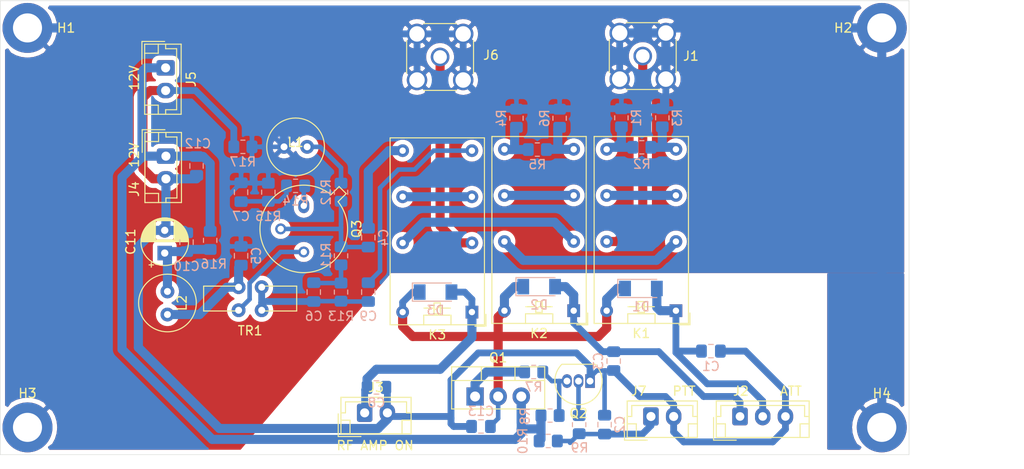
<source format=kicad_pcb>
(kicad_pcb (version 20171130) (host pcbnew 5.1.8-db9833491~87~ubuntu18.04.1)
  (layers (0 F.Cu signal) (31 B.Cu signal) (34 B.Paste user) (35 F.Paste user) (36 B.SilkS user) (37 F.SilkS user) (38 B.Mask user) (39 F.Mask user) (44 Edge.Cuts user))
  (net 0 "")
  (net 1 /ATT20)
  (net 2 /RX_EN)
  (net 3 /ATT6)
  (net 4 "Net-(C8-Pad1)")
  (net 5 GNDA)
  (net 6 "Net-(J1-Pad1)")
  (net 7 GND)
  (net 8 +12V)
  (net 9 "Net-(J6-Pad1)")
  (net 10 "Net-(C2-Pad1)")
  (net 11 "Net-(K1-Pad9)")
  (net 12 "Net-(K1-Pad11)")
  (net 13 "Net-(K1-Pad4)")
  (net 14 "Net-(K1-Pad8)")
  (net 15 "Net-(K2-Pad9)")
  (net 16 "Net-(K2-Pad11)")
  (net 17 "Net-(K2-Pad4)")
  (net 18 "Net-(K2-Pad8)")
  (net 19 "Net-(C4-Pad2)")
  (net 20 "Net-(K3-Pad11)")
  (net 21 "Net-(C9-Pad1)")
  (net 22 "Net-(L1-Pad1)")
  (net 23 "Net-(C10-Pad1)")
  (net 24 "Net-(C5-Pad1)")
  (net 25 "Net-(Q1-Pad1)")
  (net 26 "Net-(Q2-Pad3)")
  (net 27 "Net-(Q2-Pad2)")
  (net 28 "Net-(Q3-Pad3)")
  (net 29 "Net-(C4-Pad1)")
  (net 30 "Net-(Q3-Pad1)")
  (net 31 "Net-(C6-Pad2)")
  (net 32 "Net-(C6-Pad1)")
  (net 33 "Net-(C7-Pad1)")
  (module Relay_THT:Relay_DPDT_Omron_G5V-2 (layer F.Cu) (at 111.9 109.3 180)
    (fp_text reference K3 (at 3.81 -2.5) (layer F.SilkS))
    (fp_text value G5V-2)
    (pad 13 thru_hole circle (at 7.62 7.62 180) (size 1.4 1.4) (drill 0.7) (layers *.Cu *.Mask) (net 17 "Net-(K2-Pad4)"))
    (pad 9 thru_hole circle (at 7.62 17.78 180) (size 1.4 1.4) (drill 0.7) (layers *.Cu *.Mask) (net 19 "Net-(C4-Pad2)"))
    (pad 11 thru_hole circle (at 7.62 12.7 180) (size 1.4 1.4) (drill 0.7) (layers *.Cu *.Mask) (net 20 "Net-(K3-Pad11)"))
    (pad 4 thru_hole circle (at 0 7.62 180) (size 1.4 1.4) (drill 0.7) (layers *.Cu *.Mask) (net 9 "Net-(J6-Pad1)"))
    (pad 8 thru_hole circle (at 0 17.78 180) (size 1.4 1.4) (drill 0.7) (layers *.Cu *.Mask) (net 21 "Net-(C9-Pad1)"))
    (pad 6 thru_hole circle (at 0 12.7 180) (size 1.4 1.4) (drill 0.7) (layers *.Cu *.Mask) (net 20 "Net-(K3-Pad11)"))
    (pad 16 thru_hole circle (at 7.62 0 180) (size 1.4 1.4) (drill 0.7) (layers *.Cu *.Mask) (net 2 /RX_EN))
    (pad 1 thru_hole rect (at 0 0 180) (size 1.4 1.4) (drill 0.7) (layers *.Cu *.Mask) (net 4 "Net-(C8-Pad1)"))
  )
  (module Capacitor_SMD:C_0805_2012Metric_Pad1.18x1.45mm_HandSolder (layer B.Cu) (at 112.9 121.9 180)
    (fp_text reference C13 (at 0 1.68) (layer B.SilkS) (effects (justify mirror)))
    (fp_text value 0.1u)
    (pad 2 smd roundrect (at 1.0375 0 180) (size 1.175 1.45) (layers B.Cu B.Paste B.Mask) (roundrect_rratio 0.2127659574468085) (net 7 GND))
    (pad 1 smd roundrect (at -1.0375 0 180) (size 1.175 1.45) (layers B.Cu B.Paste B.Mask) (roundrect_rratio 0.2127659574468085) (net 2 /RX_EN))
  )
  (module Capacitor_SMD:C_0805_2012Metric_Pad1.18x1.45mm_HandSolder (layer B.Cu) (at 81.6 93.2 270)
    (fp_text reference C12 (at -2.45 -0.15 180) (layer B.SilkS) (effects (justify mirror)))
    (fp_text value 0.1u)
    (pad 2 smd roundrect (at 1.0375 0 270) (size 1.175 1.45) (layers B.Cu B.Paste B.Mask) (roundrect_rratio 0.2127659574468085) (net 7 GND))
    (pad 1 smd roundrect (at -1.0375 0 270) (size 1.175 1.45) (layers B.Cu B.Paste B.Mask) (roundrect_rratio 0.2127659574468085) (net 8 +12V))
  )
  (module Capacitor_THT:CP_Radial_D5.0mm_P2.50mm (layer F.Cu) (at 78.1 102.8 90)
    (fp_text reference C11 (at 1.25 -3.75 90) (layer F.SilkS))
    (fp_text value 47u)
    (pad 2 thru_hole circle (at 2.5 0 90) (size 1.6 1.6) (drill 0.8) (layers *.Cu *.Mask) (net 7 GND))
    (pad 1 thru_hole rect (at 0 0 90) (size 1.6 1.6) (drill 0.8) (layers *.Cu *.Mask) (net 23 "Net-(C10-Pad1)"))
  )
  (module Capacitor_SMD:C_0805_2012Metric_Pad1.18x1.45mm_HandSolder (layer B.Cu) (at 80.5 101.6 90)
    (fp_text reference C10 (at -2.65 0 180) (layer B.SilkS) (effects (justify mirror)))
    (fp_text value 0.1u)
    (pad 2 smd roundrect (at 1.0375 0 90) (size 1.175 1.45) (layers B.Cu B.Paste B.Mask) (roundrect_rratio 0.2127659574468085) (net 7 GND))
    (pad 1 smd roundrect (at -1.0375 0 90) (size 1.175 1.45) (layers B.Cu B.Paste B.Mask) (roundrect_rratio 0.2127659574468085) (net 23 "Net-(C10-Pad1)"))
  )
  (module Capacitor_SMD:C_0805_2012Metric_Pad1.18x1.45mm_HandSolder (layer B.Cu) (at 100.5 107.1 270)
    (fp_text reference C9 (at 2.65 0 180) (layer B.SilkS) (effects (justify mirror)))
    (fp_text value 0.1u)
    (pad 2 smd roundrect (at 1.0375 0 270) (size 1.175 1.45) (layers B.Cu B.Paste B.Mask) (roundrect_rratio 0.2127659574468085) (net 32 "Net-(C6-Pad1)"))
    (pad 1 smd roundrect (at -1.0375 0 270) (size 1.175 1.45) (layers B.Cu B.Paste B.Mask) (roundrect_rratio 0.2127659574468085) (net 21 "Net-(C9-Pad1)"))
  )
  (module Capacitor_SMD:C_0805_2012Metric_Pad1.18x1.45mm_HandSolder (layer B.Cu) (at 101.4 117.6)
    (fp_text reference C8 (at 0 1.68) (layer B.SilkS) (effects (justify mirror)))
    (fp_text value 0.1u)
    (pad 2 smd roundrect (at 1.0375 0) (size 1.175 1.45) (layers B.Cu B.Paste B.Mask) (roundrect_rratio 0.2127659574468085) (net 7 GND))
    (pad 1 smd roundrect (at -1.0375 0) (size 1.175 1.45) (layers B.Cu B.Paste B.Mask) (roundrect_rratio 0.2127659574468085) (net 4 "Net-(C8-Pad1)"))
  )
  (module Capacitor_SMD:C_0805_2012Metric_Pad1.18x1.45mm_HandSolder (layer B.Cu) (at 86.5 96.1 90)
    (fp_text reference C7 (at -2.65 0 180) (layer B.SilkS) (effects (justify mirror)))
    (fp_text value 0.1u)
    (pad 2 smd roundrect (at 1.0375 0 90) (size 1.175 1.45) (layers B.Cu B.Paste B.Mask) (roundrect_rratio 0.2127659574468085) (net 5 GNDA))
    (pad 1 smd roundrect (at -1.0375 0 90) (size 1.175 1.45) (layers B.Cu B.Paste B.Mask) (roundrect_rratio 0.2127659574468085) (net 33 "Net-(C7-Pad1)"))
  )
  (module Capacitor_SMD:C_0805_2012Metric_Pad1.18x1.45mm_HandSolder (layer B.Cu) (at 94.5 107.1 90)
    (fp_text reference C6 (at -2.65 0 180) (layer B.SilkS) (effects (justify mirror)))
    (fp_text value 0.1u)
    (pad 2 smd roundrect (at 1.0375 0 90) (size 1.175 1.45) (layers B.Cu B.Paste B.Mask) (roundrect_rratio 0.2127659574468085) (net 31 "Net-(C6-Pad2)"))
    (pad 1 smd roundrect (at -1.0375 0 90) (size 1.175 1.45) (layers B.Cu B.Paste B.Mask) (roundrect_rratio 0.2127659574468085) (net 32 "Net-(C6-Pad1)"))
  )
  (module Capacitor_SMD:C_0805_2012Metric_Pad1.18x1.45mm_HandSolder (layer B.Cu) (at 86.5 103.1 90)
    (fp_text reference C5 (at 0 1.68 90) (layer B.SilkS) (effects (justify mirror)))
    (fp_text value 0.1u)
    (pad 2 smd roundrect (at 1.0375 0 90) (size 1.175 1.45) (layers B.Cu B.Paste B.Mask) (roundrect_rratio 0.2127659574468085) (net 5 GNDA))
    (pad 1 smd roundrect (at -1.0375 0 90) (size 1.175 1.45) (layers B.Cu B.Paste B.Mask) (roundrect_rratio 0.2127659574468085) (net 24 "Net-(C5-Pad1)"))
  )
  (module Capacitor_SMD:C_0805_2012Metric_Pad1.18x1.45mm_HandSolder (layer B.Cu) (at 100.5 101.1 90)
    (fp_text reference C4 (at 0 1.68 90) (layer B.SilkS) (effects (justify mirror)))
    (fp_text value 0.1u)
    (pad 2 smd roundrect (at 1.0375 0 90) (size 1.175 1.45) (layers B.Cu B.Paste B.Mask) (roundrect_rratio 0.2127659574468085) (net 19 "Net-(C4-Pad2)"))
    (pad 1 smd roundrect (at -1.0375 0 90) (size 1.175 1.45) (layers B.Cu B.Paste B.Mask) (roundrect_rratio 0.2127659574468085) (net 29 "Net-(C4-Pad1)"))
  )
  (module Capacitor_SMD:C_0805_2012Metric_Pad1.18x1.45mm_HandSolder (layer B.Cu) (at 127.5 114.7 270)
    (fp_text reference C3 (at 0 1.68 90) (layer B.SilkS) (effects (justify mirror)))
    (fp_text value 0.1u)
    (pad 2 smd roundrect (at 1.0375 0 270) (size 1.175 1.45) (layers B.Cu B.Paste B.Mask) (roundrect_rratio 0.2127659574468085) (net 7 GND))
    (pad 1 smd roundrect (at -1.0375 0 270) (size 1.175 1.45) (layers B.Cu B.Paste B.Mask) (roundrect_rratio 0.2127659574468085) (net 3 /ATT6))
  )
  (module Capacitor_SMD:C_0805_2012Metric_Pad1.18x1.45mm_HandSolder (layer B.Cu) (at 126.5 121.7 90)
    (fp_text reference C2 (at 0 1.68 90) (layer B.SilkS) (effects (justify mirror)))
    (fp_text value 0.1u)
    (pad 2 smd roundrect (at 1.0375 0 90) (size 1.175 1.45) (layers B.Cu B.Paste B.Mask) (roundrect_rratio 0.2127659574468085) (net 7 GND))
    (pad 1 smd roundrect (at -1.0375 0 90) (size 1.175 1.45) (layers B.Cu B.Paste B.Mask) (roundrect_rratio 0.2127659574468085) (net 10 "Net-(C2-Pad1)"))
  )
  (module Capacitor_SMD:C_0805_2012Metric_Pad1.18x1.45mm_HandSolder (layer B.Cu) (at 138.2 113.6)
    (fp_text reference C1 (at 0 1.68) (layer B.SilkS) (effects (justify mirror)))
    (fp_text value 0.1u)
    (pad 2 smd roundrect (at 1.0375 0) (size 1.175 1.45) (layers B.Cu B.Paste B.Mask) (roundrect_rratio 0.2127659574468085) (net 7 GND))
    (pad 1 smd roundrect (at -1.0375 0) (size 1.175 1.45) (layers B.Cu B.Paste B.Mask) (roundrect_rratio 0.2127659574468085) (net 1 /ATT20))
  )
  (module Inductor:L_Toroid_Vertical_L10.0mm_W5.0mm_4pin (layer F.Cu) (at 87.5 109.1 180)
    (fp_text reference TR1 (at 0 -2.25) (layer F.SilkS))
    (fp_text value TRANSF1)
    (pad 3 thru_hole circle (at -1.27 2.54 180) (size 1.524 1.524) (drill 0.762) (layers *.Cu *.Mask) (net 32 "Net-(C6-Pad1)"))
    (pad 4 thru_hole circle (at 1.27 2.54 180) (size 1.524 1.524) (drill 0.762) (layers *.Cu *.Mask) (net 24 "Net-(C5-Pad1)"))
    (pad 2 thru_hole circle (at 1.27 0 180) (size 1.524 1.524) (drill 0.762) (layers *.Cu *.Mask) (net 28 "Net-(Q3-Pad3)"))
    (pad 1 thru_hole circle (at -1.27 0 180) (size 1.524 1.524) (drill 0.762) (layers *.Cu *.Mask) (net 32 "Net-(C6-Pad1)"))
  )
  (module Resistor_SMD:R_0805_2012Metric_Pad1.20x1.40mm_HandSolder (layer B.Cu) (at 86.7 91.1)
    (fp_text reference R17 (at 0 1.65 180) (layer B.SilkS) (effects (justify mirror)))
    (fp_text value 0R)
    (pad 2 smd roundrect (at 1 0) (size 1.2 1.4) (layers B.Cu B.Paste B.Mask) (roundrect_rratio 0.2083325) (net 5 GNDA))
    (pad 1 smd roundrect (at -1 0) (size 1.2 1.4) (layers B.Cu B.Paste B.Mask) (roundrect_rratio 0.2083325) (net 7 GND))
  )
  (module Resistor_SMD:R_0805_2012Metric_Pad1.20x1.40mm_HandSolder (layer B.Cu) (at 83.1 101.4 90)
    (fp_text reference R16 (at -2.6 0.4 180) (layer B.SilkS) (effects (justify mirror)))
    (fp_text value 33)
    (pad 2 smd roundrect (at 1 0 90) (size 1.2 1.4) (layers B.Cu B.Paste B.Mask) (roundrect_rratio 0.2083325) (net 8 +12V))
    (pad 1 smd roundrect (at -1 0 90) (size 1.2 1.4) (layers B.Cu B.Paste B.Mask) (roundrect_rratio 0.2083325) (net 23 "Net-(C10-Pad1)"))
  )
  (module Resistor_SMD:R_0805_2012Metric_Pad1.20x1.40mm_HandSolder (layer B.Cu) (at 89.5 96.1 270)
    (fp_text reference R15 (at 2.65 0 180) (layer B.SilkS) (effects (justify mirror)))
    (fp_text value 470)
    (pad 2 smd roundrect (at 1 0 270) (size 1.2 1.4) (layers B.Cu B.Paste B.Mask) (roundrect_rratio 0.2083325) (net 33 "Net-(C7-Pad1)"))
    (pad 1 smd roundrect (at -1 0 270) (size 1.2 1.4) (layers B.Cu B.Paste B.Mask) (roundrect_rratio 0.2083325) (net 5 GNDA))
  )
  (module Resistor_SMD:R_0805_2012Metric_Pad1.20x1.40mm_HandSolder (layer B.Cu) (at 92.5 95.4)
    (fp_text reference R14 (at 0 1.65) (layer B.SilkS) (effects (justify mirror)))
    (fp_text value 4.7)
    (pad 2 smd roundrect (at 1 0) (size 1.2 1.4) (layers B.Cu B.Paste B.Mask) (roundrect_rratio 0.2083325) (net 30 "Net-(Q3-Pad1)"))
    (pad 1 smd roundrect (at -1 0) (size 1.2 1.4) (layers B.Cu B.Paste B.Mask) (roundrect_rratio 0.2083325) (net 33 "Net-(C7-Pad1)"))
  )
  (module Resistor_SMD:R_0805_2012Metric_Pad1.20x1.40mm_HandSolder (layer B.Cu) (at 97.5 107.1 270)
    (fp_text reference R13 (at 2.65 0 180) (layer B.SilkS) (effects (justify mirror)))
    (fp_text value 1.5k)
    (pad 2 smd roundrect (at 1 0 270) (size 1.2 1.4) (layers B.Cu B.Paste B.Mask) (roundrect_rratio 0.2083325) (net 32 "Net-(C6-Pad1)"))
    (pad 1 smd roundrect (at -1 0 270) (size 1.2 1.4) (layers B.Cu B.Paste B.Mask) (roundrect_rratio 0.2083325) (net 31 "Net-(C6-Pad2)"))
  )
  (module Resistor_SMD:R_0805_2012Metric_Pad1.20x1.40mm_HandSolder (layer B.Cu) (at 97.5 96.1 270)
    (fp_text reference R12 (at 0 1.65 90) (layer B.SilkS) (effects (justify mirror)))
    (fp_text value R)
    (pad 2 smd roundrect (at 1 0 270) (size 1.2 1.4) (layers B.Cu B.Paste B.Mask) (roundrect_rratio 0.2083325) (net 29 "Net-(C4-Pad1)"))
    (pad 1 smd roundrect (at -1 0 270) (size 1.2 1.4) (layers B.Cu B.Paste B.Mask) (roundrect_rratio 0.2083325) (net 22 "Net-(L1-Pad1)"))
  )
  (module Resistor_SMD:R_0805_2012Metric_Pad1.20x1.40mm_HandSolder (layer B.Cu) (at 97.5 103.1 270)
    (fp_text reference R11 (at 0 1.65 90) (layer B.SilkS) (effects (justify mirror)))
    (fp_text value 470)
    (pad 2 smd roundrect (at 1 0 270) (size 1.2 1.4) (layers B.Cu B.Paste B.Mask) (roundrect_rratio 0.2083325) (net 31 "Net-(C6-Pad2)"))
    (pad 1 smd roundrect (at -1 0 270) (size 1.2 1.4) (layers B.Cu B.Paste B.Mask) (roundrect_rratio 0.2083325) (net 29 "Net-(C4-Pad1)"))
  )
  (module Resistor_SMD:R_0805_2012Metric_Pad1.20x1.40mm_HandSolder (layer B.Cu) (at 120.3 123.5 180)
    (fp_text reference R10 (at 2.8 0 90) (layer B.SilkS) (effects (justify mirror)))
    (fp_text value 22k)
    (pad 2 smd roundrect (at 1 0 180) (size 1.2 1.4) (layers B.Cu B.Paste B.Mask) (roundrect_rratio 0.2083325) (net 8 +12V))
    (pad 1 smd roundrect (at -1 0 180) (size 1.2 1.4) (layers B.Cu B.Paste B.Mask) (roundrect_rratio 0.2083325) (net 10 "Net-(C2-Pad1)"))
  )
  (module Resistor_SMD:R_0805_2012Metric_Pad1.20x1.40mm_HandSolder (layer B.Cu) (at 123.7 121.7 90)
    (fp_text reference R9 (at -2.55 0.05) (layer B.SilkS) (effects (justify mirror)))
    (fp_text value 22k)
    (pad 2 smd roundrect (at 1 0 90) (size 1.2 1.4) (layers B.Cu B.Paste B.Mask) (roundrect_rratio 0.2083325) (net 27 "Net-(Q2-Pad2)"))
    (pad 1 smd roundrect (at -1 0 90) (size 1.2 1.4) (layers B.Cu B.Paste B.Mask) (roundrect_rratio 0.2083325) (net 10 "Net-(C2-Pad1)"))
  )
  (module Resistor_SMD:R_0805_2012Metric_Pad1.20x1.40mm_HandSolder (layer B.Cu) (at 120.5 120.7)
    (fp_text reference R8 (at -2.75 0.05 90) (layer B.SilkS) (effects (justify mirror)))
    (fp_text value 1.5k)
    (pad 2 smd roundrect (at 1 0) (size 1.2 1.4) (layers B.Cu B.Paste B.Mask) (roundrect_rratio 0.2083325) (net 26 "Net-(Q2-Pad3)"))
    (pad 1 smd roundrect (at -1 0) (size 1.2 1.4) (layers B.Cu B.Paste B.Mask) (roundrect_rratio 0.2083325) (net 8 +12V))
  )
  (module Resistor_SMD:R_0805_2012Metric_Pad1.20x1.40mm_HandSolder (layer B.Cu) (at 118.7 115.9)
    (fp_text reference R7 (at 0 1.65) (layer B.SilkS) (effects (justify mirror)))
    (fp_text value 1.5k)
    (pad 2 smd roundrect (at 1 0) (size 1.2 1.4) (layers B.Cu B.Paste B.Mask) (roundrect_rratio 0.2083325) (net 26 "Net-(Q2-Pad3)"))
    (pad 1 smd roundrect (at -1 0) (size 1.2 1.4) (layers B.Cu B.Paste B.Mask) (roundrect_rratio 0.2083325) (net 25 "Net-(Q1-Pad1)"))
  )
  (module Resistor_SMD:R_0805_2012Metric_Pad1.20x1.40mm_HandSolder (layer B.Cu) (at 121.55 87.95 270)
    (fp_text reference R6 (at 0 1.65 90) (layer B.SilkS) (effects (justify mirror)))
    (fp_text value 47)
    (pad 2 smd roundrect (at 1 0 270) (size 1.2 1.4) (layers B.Cu B.Paste B.Mask) (roundrect_rratio 0.2083325) (net 18 "Net-(K2-Pad8)"))
    (pad 1 smd roundrect (at -1 0 270) (size 1.2 1.4) (layers B.Cu B.Paste B.Mask) (roundrect_rratio 0.2083325) (net 5 GNDA))
  )
  (module Resistor_SMD:R_0805_2012Metric_Pad1.20x1.40mm_HandSolder (layer B.Cu) (at 119.1 91.4)
    (fp_text reference R5 (at 0 1.65) (layer B.SilkS) (effects (justify mirror)))
    (fp_text value 100)
    (pad 2 smd roundrect (at 1 0) (size 1.2 1.4) (layers B.Cu B.Paste B.Mask) (roundrect_rratio 0.2083325) (net 18 "Net-(K2-Pad8)"))
    (pad 1 smd roundrect (at -1 0) (size 1.2 1.4) (layers B.Cu B.Paste B.Mask) (roundrect_rratio 0.2083325) (net 15 "Net-(K2-Pad9)"))
  )
  (module Resistor_SMD:R_0805_2012Metric_Pad1.20x1.40mm_HandSolder (layer B.Cu) (at 116.8 87.95 270)
    (fp_text reference R4 (at 0 1.65 270) (layer B.SilkS) (effects (justify mirror)))
    (fp_text value 47)
    (pad 2 smd roundrect (at 1 0 270) (size 1.2 1.4) (layers B.Cu B.Paste B.Mask) (roundrect_rratio 0.2083325) (net 15 "Net-(K2-Pad9)"))
    (pad 1 smd roundrect (at -1 0 270) (size 1.2 1.4) (layers B.Cu B.Paste B.Mask) (roundrect_rratio 0.2083325) (net 5 GNDA))
  )
  (module Resistor_SMD:R_0805_2012Metric_Pad1.20x1.40mm_HandSolder (layer B.Cu) (at 132.85 87.9 90)
    (fp_text reference R3 (at 0 1.65 270) (layer B.SilkS) (effects (justify mirror)))
    (fp_text value 47)
    (pad 2 smd roundrect (at 1 0 90) (size 1.2 1.4) (layers B.Cu B.Paste B.Mask) (roundrect_rratio 0.2083325) (net 5 GNDA))
    (pad 1 smd roundrect (at -1 0 90) (size 1.2 1.4) (layers B.Cu B.Paste B.Mask) (roundrect_rratio 0.2083325) (net 14 "Net-(K1-Pad8)"))
  )
  (module Resistor_SMD:R_0805_2012Metric_Pad1.20x1.40mm_HandSolder (layer B.Cu) (at 130.6 91.15 180)
    (fp_text reference R2 (at 0 -1.85) (layer B.SilkS) (effects (justify mirror)))
    (fp_text value 470)
    (pad 2 smd roundrect (at 1 0 180) (size 1.2 1.4) (layers B.Cu B.Paste B.Mask) (roundrect_rratio 0.2083325) (net 11 "Net-(K1-Pad9)"))
    (pad 1 smd roundrect (at -1 0 180) (size 1.2 1.4) (layers B.Cu B.Paste B.Mask) (roundrect_rratio 0.2083325) (net 14 "Net-(K1-Pad8)"))
  )
  (module Resistor_SMD:R_0805_2012Metric_Pad1.20x1.40mm_HandSolder (layer B.Cu) (at 128.35 87.9 90)
    (fp_text reference R1 (at 0 1.65 90) (layer B.SilkS) (effects (justify mirror)))
    (fp_text value 47)
    (pad 2 smd roundrect (at 1 0 90) (size 1.2 1.4) (layers B.Cu B.Paste B.Mask) (roundrect_rratio 0.2083325) (net 5 GNDA))
    (pad 1 smd roundrect (at -1 0 90) (size 1.2 1.4) (layers B.Cu B.Paste B.Mask) (roundrect_rratio 0.2083325) (net 11 "Net-(K1-Pad9)"))
  )
  (module Package_TO_SOT_THT:TO-5-3 (layer F.Cu) (at 93.4 97.6 270)
    (fp_text reference Q3 (at 2.54 -5.82 90) (layer F.SilkS))
    (fp_text value 2N5109)
    (pad 3 thru_hole oval (at 5.08 0 270) (size 1.2 1.2) (drill 0.7) (layers *.Cu *.Mask) (net 28 "Net-(Q3-Pad3)"))
    (pad 2 thru_hole oval (at 2.54 2.54 270) (size 1.2 1.2) (drill 0.7) (layers *.Cu *.Mask) (net 29 "Net-(C4-Pad1)"))
    (pad 1 thru_hole oval (at 0 0 270) (size 1.6 1.2) (drill 0.7) (layers *.Cu *.Mask) (net 30 "Net-(Q3-Pad1)"))
  )
  (module Package_TO_SOT_THT:TO-92_Inline (layer F.Cu) (at 124.9 116.9 180)
    (fp_text reference Q2 (at 1.27 -3.56) (layer F.SilkS))
    (fp_text value 2N3904)
    (pad 1 thru_hole rect (at 0 0 180) (size 1.05 1.5) (drill 0.75) (layers *.Cu *.Mask) (net 7 GND))
    (pad 3 thru_hole oval (at 2.54 0 180) (size 1.05 1.5) (drill 0.75) (layers *.Cu *.Mask) (net 26 "Net-(Q2-Pad3)"))
    (pad 2 thru_hole oval (at 1.27 0 180) (size 1.05 1.5) (drill 0.75) (layers *.Cu *.Mask) (net 27 "Net-(Q2-Pad2)"))
  )
  (module Package_TO_SOT_THT:TO-220-3_Vertical (layer F.Cu) (at 112.25 118.6)
    (fp_text reference Q1 (at 2.54 -4.27) (layer F.SilkS))
    (fp_text value TIP42)
    (pad 3 thru_hole oval (at 5.08 0) (size 1.905 2) (drill 1.1) (layers *.Cu *.Mask) (net 8 +12V))
    (pad 2 thru_hole oval (at 2.54 0) (size 1.905 2) (drill 1.1) (layers *.Cu *.Mask) (net 2 /RX_EN))
    (pad 1 thru_hole rect (at 0 0) (size 1.905 2) (drill 1.1) (layers *.Cu *.Mask) (net 25 "Net-(Q1-Pad1)"))
  )
  (module Inductor:L2.5x6 (layer F.Cu) (at 78.4 108.3 90)
    (fp_text reference L2 (at 0 1.6 90) (layer F.SilkS))
    (fp_text value 10u)
    (pad 2 thru_hole circle (at 1.27 0 90) (size 1.524 1.524) (drill 0.762) (layers *.Cu *.Mask) (net 23 "Net-(C10-Pad1)"))
    (pad 1 thru_hole circle (at -1.27 0 90) (size 1.524 1.524) (drill 0.762) (layers *.Cu *.Mask) (net 24 "Net-(C5-Pad1)"))
  )
  (module Inductor:L2.5x6 (layer F.Cu) (at 92.5 91.1 180)
    (fp_text reference L1 (at 0 0.5) (layer F.SilkS))
    (fp_text value 10u)
    (pad 2 thru_hole circle (at 1.27 0 180) (size 1.524 1.524) (drill 0.762) (layers *.Cu *.Mask) (net 5 GNDA))
    (pad 1 thru_hole circle (at -1.27 0 180) (size 1.524 1.524) (drill 0.762) (layers *.Cu *.Mask) (net 22 "Net-(L1-Pad1)"))
  )
  (module Relay_THT:Relay_DPDT_Omron_G5V-2 (layer F.Cu) (at 123.1 109.15 180)
    (fp_text reference K2 (at 3.81 -2.5) (layer F.SilkS))
    (fp_text value G5V-2)
    (pad 13 thru_hole circle (at 7.62 7.62 180) (size 1.4 1.4) (drill 0.7) (layers *.Cu *.Mask) (net 13 "Net-(K1-Pad4)"))
    (pad 9 thru_hole circle (at 7.62 17.78 180) (size 1.4 1.4) (drill 0.7) (layers *.Cu *.Mask) (net 15 "Net-(K2-Pad9)"))
    (pad 11 thru_hole circle (at 7.62 12.7 180) (size 1.4 1.4) (drill 0.7) (layers *.Cu *.Mask) (net 16 "Net-(K2-Pad11)"))
    (pad 4 thru_hole circle (at 0 7.62 180) (size 1.4 1.4) (drill 0.7) (layers *.Cu *.Mask) (net 17 "Net-(K2-Pad4)"))
    (pad 8 thru_hole circle (at 0 17.78 180) (size 1.4 1.4) (drill 0.7) (layers *.Cu *.Mask) (net 18 "Net-(K2-Pad8)"))
    (pad 6 thru_hole circle (at 0 12.7 180) (size 1.4 1.4) (drill 0.7) (layers *.Cu *.Mask) (net 16 "Net-(K2-Pad11)"))
    (pad 16 thru_hole circle (at 7.62 0 180) (size 1.4 1.4) (drill 0.7) (layers *.Cu *.Mask) (net 2 /RX_EN))
    (pad 1 thru_hole rect (at 0 0 180) (size 1.4 1.4) (drill 0.7) (layers *.Cu *.Mask) (net 3 /ATT6))
  )
  (module Relay_THT:Relay_DPDT_Omron_G5V-2 (layer F.Cu) (at 134.35 109.15 180)
    (fp_text reference K1 (at 3.81 -2.5) (layer F.SilkS))
    (fp_text value G5V-2)
    (pad 13 thru_hole circle (at 7.62 7.62 180) (size 1.4 1.4) (drill 0.7) (layers *.Cu *.Mask) (net 6 "Net-(J1-Pad1)"))
    (pad 9 thru_hole circle (at 7.62 17.78 180) (size 1.4 1.4) (drill 0.7) (layers *.Cu *.Mask) (net 11 "Net-(K1-Pad9)"))
    (pad 11 thru_hole circle (at 7.62 12.7 180) (size 1.4 1.4) (drill 0.7) (layers *.Cu *.Mask) (net 12 "Net-(K1-Pad11)"))
    (pad 4 thru_hole circle (at 0 7.62 180) (size 1.4 1.4) (drill 0.7) (layers *.Cu *.Mask) (net 13 "Net-(K1-Pad4)"))
    (pad 8 thru_hole circle (at 0 17.78 180) (size 1.4 1.4) (drill 0.7) (layers *.Cu *.Mask) (net 14 "Net-(K1-Pad8)"))
    (pad 6 thru_hole circle (at 0 12.7 180) (size 1.4 1.4) (drill 0.7) (layers *.Cu *.Mask) (net 12 "Net-(K1-Pad11)"))
    (pad 16 thru_hole circle (at 7.62 0 180) (size 1.4 1.4) (drill 0.7) (layers *.Cu *.Mask) (net 2 /RX_EN))
    (pad 1 thru_hole rect (at 0 0 180) (size 1.4 1.4) (drill 0.7) (layers *.Cu *.Mask) (net 1 /ATT20))
  )
  (module Connector_JST:JST_EH_B2B-EH-A_1x02_P2.50mm_Vertical (layer F.Cu) (at 131.6 120.8)
    (fp_text reference J7 (at -1.35 -2.8) (layer F.SilkS))
    (fp_text value PTT)
    (pad 2 thru_hole oval (at 2.5 0) (size 1.7 2) (drill 1) (layers *.Cu *.Mask) (net 7 GND))
    (pad 1 thru_hole roundrect (at 0 0) (size 1.7 2) (drill 1) (layers *.Cu *.Mask) (roundrect_rratio 0.1470588235294118) (net 10 "Net-(C2-Pad1)"))
  )
  (module Connector_Coaxial:SMA_Amphenol_132134_Vertical (layer F.Cu) (at 108.4 81.2)
    (fp_text reference J6 (at 5.6 -0.2) (layer F.SilkS))
    (fp_text value OUT)
    (pad 2 thru_hole circle (at -2.54 2.54) (size 2.25 2.25) (drill 1.7) (layers *.Cu *.Mask) (net 5 GNDA))
    (pad 2 thru_hole circle (at -2.54 -2.54) (size 2.25 2.25) (drill 1.7) (layers *.Cu *.Mask) (net 5 GNDA))
    (pad 2 thru_hole circle (at 2.54 -2.54) (size 2.25 2.25) (drill 1.7) (layers *.Cu *.Mask) (net 5 GNDA))
    (pad 2 thru_hole circle (at 2.54 2.54) (size 2.25 2.25) (drill 1.7) (layers *.Cu *.Mask) (net 5 GNDA))
    (pad 1 thru_hole circle (at 0 0) (size 2.05 2.05) (drill 1.5) (layers *.Cu *.Mask) (net 9 "Net-(J6-Pad1)"))
  )
  (module Connector_JST:JST_EH_B2B-EH-A_1x02_P2.50mm_Vertical (layer F.Cu) (at 78.2 82.4 270)
    (fp_text reference J5 (at 1.25 -2.8 90) (layer F.SilkS))
    (fp_text value 12V)
    (pad 2 thru_hole oval (at 2.5 0 270) (size 1.7 2) (drill 1) (layers *.Cu *.Mask) (net 7 GND))
    (pad 1 thru_hole roundrect (at 0 0 270) (size 1.7 2) (drill 1) (layers *.Cu *.Mask) (roundrect_rratio 0.1470588235294118) (net 8 +12V))
  )
  (module Connector_JST:JST_EH_B2B-EH-A_1x02_P2.50mm_Vertical (layer F.Cu) (at 78.232 92.124 270)
    (fp_text reference J4 (at 3.626 3.482 90) (layer F.SilkS))
    (fp_text value 12V)
    (pad 2 thru_hole oval (at 2.5 0 270) (size 1.7 2) (drill 1) (layers *.Cu *.Mask) (net 7 GND))
    (pad 1 thru_hole roundrect (at 0 0 270) (size 1.7 2) (drill 1) (layers *.Cu *.Mask) (roundrect_rratio 0.1470588235294118) (net 8 +12V))
  )
  (module Connector_JST:JST_EH_B2B-EH-A_1x02_P2.50mm_Vertical (layer F.Cu) (at 100.1 120.4)
    (fp_text reference J3 (at 1.25 -2.8) (layer F.SilkS))
    (fp_text value RF_AMP)
    (pad 2 thru_hole oval (at 2.5 0) (size 1.7 2) (drill 1) (layers *.Cu *.Mask) (net 7 GND))
    (pad 1 thru_hole roundrect (at 0 0) (size 1.7 2) (drill 1) (layers *.Cu *.Mask) (roundrect_rratio 0.1470588235294118) (net 4 "Net-(C8-Pad1)"))
  )
  (module Connector_JST:JST_EH_B3B-EH-A_1x03_P2.50mm_Vertical (layer F.Cu) (at 141.4 120.8)
    (fp_text reference J2 (at 0.1 -2.8) (layer F.SilkS))
    (fp_text value ATT)
    (pad 3 thru_hole oval (at 5 0) (size 1.7 1.95) (drill 0.95) (layers *.Cu *.Mask) (net 7 GND))
    (pad 2 thru_hole oval (at 2.5 0) (size 1.7 1.95) (drill 0.95) (layers *.Cu *.Mask) (net 1 /ATT20))
    (pad 1 thru_hole roundrect (at 0 0) (size 1.7 1.95) (drill 0.95) (layers *.Cu *.Mask) (roundrect_rratio 0.1470588235294118) (net 3 /ATT6))
  )
  (module Connector_Coaxial:SMA_Amphenol_132134_Vertical (layer F.Cu) (at 130.7 81.1 270)
    (fp_text reference J1 (at 0 -5.3 180) (layer F.SilkS))
    (fp_text value IN)
    (pad 2 thru_hole circle (at -2.54 2.54 270) (size 2.25 2.25) (drill 1.7) (layers *.Cu *.Mask) (net 5 GNDA))
    (pad 2 thru_hole circle (at -2.54 -2.54 270) (size 2.25 2.25) (drill 1.7) (layers *.Cu *.Mask) (net 5 GNDA))
    (pad 2 thru_hole circle (at 2.54 -2.54 270) (size 2.25 2.25) (drill 1.7) (layers *.Cu *.Mask) (net 5 GNDA))
    (pad 2 thru_hole circle (at 2.54 2.54 270) (size 2.25 2.25) (drill 1.7) (layers *.Cu *.Mask) (net 5 GNDA))
    (pad 1 thru_hole circle (at 0 0 270) (size 2.05 2.05) (drill 1.5) (layers *.Cu *.Mask) (net 6 "Net-(J1-Pad1)"))
  )
  (module MountingHole:MountingHole_3.2mm_M3_ISO14580_Pad (layer F.Cu) (at 157 122)
    (fp_text reference H4 (at 0 -3.75) (layer F.SilkS))
    (fp_text value gnd)
    (pad 1 thru_hole circle (at 0 0) (size 5.5 5.5) (drill 3.2) (layers *.Cu *.Mask) (net 5 GNDA))
  )
  (module MountingHole:MountingHole_3.2mm_M3_ISO14580_Pad (layer F.Cu) (at 63 122)
    (fp_text reference H3 (at 0 -3.75) (layer F.SilkS))
    (fp_text value gnd)
    (pad 1 thru_hole circle (at 0 0) (size 5.5 5.5) (drill 3.2) (layers *.Cu *.Mask) (net 5 GNDA))
  )
  (module MountingHole:MountingHole_3.2mm_M3_ISO14580_Pad (layer F.Cu) (at 157 78)
    (fp_text reference H2 (at -4.25 0) (layer F.SilkS))
    (fp_text value gnd)
    (pad 1 thru_hole circle (at 0 0) (size 5.5 5.5) (drill 3.2) (layers *.Cu *.Mask) (net 5 GNDA))
  )
  (module MountingHole:MountingHole_3.2mm_M3_ISO14580_Pad (layer F.Cu) (at 63 78)
    (fp_text reference H1 (at 4.25 0) (layer F.SilkS))
    (fp_text value gnd)
    (pad 1 thru_hole circle (at 0 0) (size 5.5 5.5) (drill 3.2) (layers *.Cu *.Mask) (net 5 GNDA))
  )
  (module Diode_SMD:D_MiniMELF (layer B.Cu) (at 107.9 107.1)
    (fp_text reference D3 (at 0 2) (layer B.SilkS) (effects (justify mirror)))
    (fp_text value LL4148)
    (pad 2 smd rect (at 1.75 0) (size 1.3 1.7) (layers B.Cu B.Paste B.Mask) (net 4 "Net-(C8-Pad1)"))
    (pad 1 smd rect (at -1.75 0) (size 1.3 1.7) (layers B.Cu B.Paste B.Mask) (net 2 /RX_EN))
  )
  (module Diode_SMD:D_MiniMELF (layer B.Cu) (at 119.3 106.5)
    (fp_text reference D2 (at 0 2) (layer B.SilkS) (effects (justify mirror)))
    (fp_text value LL4148)
    (pad 2 smd rect (at 1.75 0) (size 1.3 1.7) (layers B.Cu B.Paste B.Mask) (net 3 /ATT6))
    (pad 1 smd rect (at -1.75 0) (size 1.3 1.7) (layers B.Cu B.Paste B.Mask) (net 2 /RX_EN))
  )
  (module Diode_SMD:D_MiniMELF (layer B.Cu) (at 130.5 106.7)
    (fp_text reference D1 (at 0 2) (layer B.SilkS) (effects (justify mirror)))
    (fp_text value LL4148)
    (pad 2 smd rect (at 1.75 0) (size 1.3 1.7) (layers B.Cu B.Paste B.Mask) (net 1 /ATT20))
    (pad 1 smd rect (at -1.75 0) (size 1.3 1.7) (layers B.Cu B.Paste B.Mask) (net 2 /RX_EN))
  )
  (gr_line (start 160 125) (end 60 125) (layer Edge.Cuts) (width 0.05))
  (gr_line (start 160 75) (end 160 125) (layer Edge.Cuts) (width 0.05))
  (gr_line (start 60 75) (end 160 75) (layer Edge.Cuts) (width 0.05))
  (gr_line (start 60 125) (end 60 75) (layer Edge.Cuts) (width 0.05))
  (gr_text ATT (at 147 118) (layer F.SilkS) (effects (font (size 1 1))))
  (gr_text PTT (at 135.25 118) (layer F.SilkS) (effects (font (size 1 1))))
  (gr_text "RF AMP ON" (at 101.25 124) (layer F.SilkS) (effects (font (size 1 1))))
  (gr_text 12V (at 74.75 83.5 90) (layer F.SilkS) (effects (font (size 1 1))))
  (gr_text 12V (at 74.75 92 90) (layer F.SilkS) (effects (font (size 1 1))))
  (segment (start 134.35 109.15) (end 132.6125 109.15) (width 1) (layer B.Cu) (net 1))
  (segment (start 132.25 108.7875) (end 132.6125 109.15) (width 1) (layer B.Cu) (net 1))
  (segment (start 132.25 106.7) (end 132.25 108.7875) (width 1) (layer B.Cu) (net 1))
  (segment (start 143.9 120.8) (end 143.9 119.1) (width 0.75) (layer B.Cu) (net 1))
  (segment (start 143.9 119.1) (end 142 117.2) (width 0.75) (layer B.Cu) (net 1))
  (segment (start 142 117.2) (end 137.8 117.2) (width 0.75) (layer B.Cu) (net 1))
  (segment (start 134.35 113.75) (end 134.35 109.15) (width 0.75) (layer B.Cu) (net 1))
  (segment (start 137.8 117.2) (end 134.35 113.75) (width 0.75) (layer B.Cu) (net 1))
  (segment (start 134.5 113.6) (end 134.35 113.75) (width 0.75) (layer B.Cu) (net 1))
  (segment (start 137.1625 113.6) (end 134.5 113.6) (width 0.75) (layer B.Cu) (net 1))
  (segment (start 104.28 109.3) (end 104.28 108.22) (width 0.75) (layer B.Cu) (net 2))
  (segment (start 105.4 107.1) (end 106.15 107.1) (width 0.75) (layer B.Cu) (net 2))
  (segment (start 104.28 108.22) (end 105.4 107.1) (width 0.75) (layer B.Cu) (net 2))
  (segment (start 127.9 106.7) (end 128.75 106.7) (width 1) (layer B.Cu) (net 2))
  (segment (start 116.6 106.5) (end 117.55 106.5) (width 1) (layer B.Cu) (net 2))
  (segment (start 115.48 107.62) (end 116.6 106.5) (width 1) (layer B.Cu) (net 2))
  (segment (start 115.48 109.42) (end 115.48 109.15) (width 1) (layer F.Cu) (net 2))
  (segment (start 113.9375 121.9) (end 113.9375 121.8625) (width 0.5) (layer B.Cu) (net 2))
  (segment (start 114.79 121.01) (end 114.79 118.6) (width 0.5) (layer B.Cu) (net 2))
  (segment (start 113.9375 121.8625) (end 114.79 121.01) (width 0.5) (layer B.Cu) (net 2))
  (segment (start 115.48 109.15) (end 115.48 107.62) (width 1) (layer B.Cu) (net 2))
  (segment (start 126.73 107.87) (end 127.9 106.7) (width 1) (layer B.Cu) (net 2))
  (segment (start 126.73 109.15) (end 126.73 107.87) (width 1) (layer B.Cu) (net 2))
  (segment (start 114.79 109.84) (end 115.48 109.15) (width 1) (layer F.Cu) (net 2))
  (segment (start 126.73 109.15) (end 126.73 111.07) (width 1) (layer F.Cu) (net 2))
  (segment (start 125.81 111.99) (end 114.79 111.99) (width 1) (layer F.Cu) (net 2))
  (segment (start 126.73 111.07) (end 125.81 111.99) (width 1) (layer F.Cu) (net 2))
  (segment (start 114.79 118.6) (end 114.79 111.99) (width 1) (layer F.Cu) (net 2))
  (segment (start 114.79 111.99) (end 114.79 109.84) (width 1) (layer F.Cu) (net 2))
  (segment (start 104.28 109.3) (end 104.28 110.88) (width 1) (layer F.Cu) (net 2))
  (segment (start 105.39 111.99) (end 114.79 111.99) (width 1) (layer F.Cu) (net 2))
  (segment (start 104.28 110.88) (end 105.39 111.99) (width 1) (layer F.Cu) (net 2))
  (segment (start 121.05 106.5) (end 122.2 106.5) (width 1) (layer B.Cu) (net 3))
  (segment (start 123.1 107.4) (end 123.1 109.15) (width 1) (layer B.Cu) (net 3))
  (segment (start 122.2 106.5) (end 123.1 107.4) (width 1) (layer B.Cu) (net 3))
  (segment (start 141.4 120.8) (end 141.4 119.2) (width 0.75) (layer B.Cu) (net 3))
  (segment (start 141.4 119.2) (end 140.8 118.6) (width 0.75) (layer B.Cu) (net 3))
  (segment (start 140.8 118.6) (end 137.4 118.6) (width 0.75) (layer B.Cu) (net 3))
  (segment (start 132.4625 113.6625) (end 127.5 113.6625) (width 0.75) (layer B.Cu) (net 3))
  (segment (start 137.4 118.6) (end 132.4625 113.6625) (width 0.75) (layer B.Cu) (net 3))
  (segment (start 127.5 113.6625) (end 126.2625 113.6625) (width 0.75) (layer B.Cu) (net 3))
  (segment (start 123.1 110.5) (end 123.1 109.15) (width 0.75) (layer B.Cu) (net 3))
  (segment (start 126.2625 113.6625) (end 123.1 110.5) (width 0.75) (layer B.Cu) (net 3))
  (segment (start 111.9 109.3) (end 111.9 107.9) (width 0.75) (layer B.Cu) (net 4))
  (segment (start 111.1 107.1) (end 109.65 107.1) (width 0.75) (layer B.Cu) (net 4))
  (segment (start 111.9 107.9) (end 111.1 107.1) (width 0.75) (layer B.Cu) (net 4))
  (segment (start 100.1 117.8625) (end 100.3625 117.6) (width 0.75) (layer B.Cu) (net 4))
  (segment (start 100.1 120.4) (end 100.1 117.8625) (width 0.75) (layer B.Cu) (net 4))
  (segment (start 100.3625 116.6375) (end 101.4 115.6) (width 1) (layer B.Cu) (net 4))
  (segment (start 101.4 115.6) (end 108.4 115.6) (width 1) (layer B.Cu) (net 4))
  (segment (start 111.9 112.1) (end 111.9 109.3) (width 1) (layer B.Cu) (net 4))
  (segment (start 108.4 115.6) (end 111.9 112.1) (width 1) (layer B.Cu) (net 4))
  (segment (start 100.3625 116.6375) (end 100.3625 117.6) (width 1) (layer B.Cu) (net 4))
  (segment (start 86.5375 95.1) (end 86.5 95.0625) (width 0.5) (layer B.Cu) (net 5))
  (segment (start 87.7 94.9) (end 87.9 95.1) (width 0.5) (layer B.Cu) (net 5))
  (segment (start 87.7 91.1) (end 87.7 94.9) (width 0.5) (layer B.Cu) (net 5))
  (segment (start 89.5 95.1) (end 87.9 95.1) (width 0.5) (layer B.Cu) (net 5))
  (segment (start 87.9 95.1) (end 86.5375 95.1) (width 0.5) (layer B.Cu) (net 5))
  (segment (start 91.23 91.1) (end 87.7 91.1) (width 0.5) (layer B.Cu) (net 5))
  (segment (start 86.5 102.0625) (end 86.5 99.3) (width 0.5) (layer B.Cu) (net 5))
  (segment (start 86.5 99.3) (end 85 97.8) (width 0.5) (layer B.Cu) (net 5))
  (segment (start 85 96.5625) (end 86.5 95.0625) (width 0.5) (layer B.Cu) (net 5))
  (segment (start 85 97.8) (end 85 96.5625) (width 0.5) (layer B.Cu) (net 5))
  (segment (start 128.35 86.9) (end 132.85 86.9) (width 1) (layer B.Cu) (net 5))
  (segment (start 116.8 86.95) (end 121.55 86.95) (width 1) (layer B.Cu) (net 5))
  (segment (start 133.24 83.64) (end 133.24 78.56) (width 1) (layer B.Cu) (net 5))
  (segment (start 128.16 78.56) (end 133.24 78.56) (width 1) (layer B.Cu) (net 5))
  (segment (start 91.23 91.1) (end 91.23 86.01) (width 1) (layer B.Cu) (net 5))
  (segment (start 157 78) (end 157 86.1) (width 1) (layer B.Cu) (net 5))
  (segment (start 157 122) (end 157 86.1) (width 1) (layer B.Cu) (net 5))
  (segment (start 110.94 83.74) (end 110.94 78.66) (width 0.75) (layer B.Cu) (net 5))
  (segment (start 110.94 78.66) (end 105.86 78.66) (width 0.75) (layer B.Cu) (net 5))
  (segment (start 105.86 83.74) (end 105.86 78.66) (width 0.75) (layer B.Cu) (net 5))
  (segment (start 91.23 86.01) (end 91.23 84.77) (width 0.75) (layer B.Cu) (net 5))
  (segment (start 91.23 84.77) (end 97.34 78.66) (width 0.75) (layer B.Cu) (net 5))
  (segment (start 128.16 83.64) (end 128.16 78.56) (width 0.75) (layer B.Cu) (net 5))
  (segment (start 133.24 86.51) (end 132.85 86.9) (width 0.75) (layer B.Cu) (net 5))
  (segment (start 133.24 83.64) (end 133.24 86.51) (width 0.75) (layer B.Cu) (net 5))
  (segment (start 133.6 78.2) (end 133.24 78.56) (width 0.75) (layer B.Cu) (net 5))
  (segment (start 121.6 86.9) (end 121.55 86.95) (width 0.75) (layer B.Cu) (net 5))
  (segment (start 128.35 86.9) (end 121.6 86.9) (width 0.75) (layer B.Cu) (net 5))
  (segment (start 114.15 86.95) (end 110.94 83.74) (width 0.75) (layer B.Cu) (net 5))
  (segment (start 116.8 86.95) (end 114.15 86.95) (width 0.75) (layer B.Cu) (net 5))
  (segment (start 133.8 78) (end 133.24 78.56) (width 1) (layer B.Cu) (net 5))
  (segment (start 157 78) (end 133.8 78) (width 1) (layer B.Cu) (net 5))
  (segment (start 63 78) (end 97.4 78) (width 1) (layer B.Cu) (net 5))
  (segment (start 97.4 78) (end 98.06 78.66) (width 1) (layer B.Cu) (net 5))
  (segment (start 97.34 78.66) (end 98.06 78.66) (width 0.75) (layer B.Cu) (net 5))
  (segment (start 98.06 78.66) (end 105.86 78.66) (width 0.75) (layer B.Cu) (net 5))
  (segment (start 126.73 101.53) (end 127.87 101.53) (width 1) (layer F.Cu) (net 6))
  (segment (start 130.7 98.7) (end 130.7 81.1) (width 1) (layer F.Cu) (net 6))
  (segment (start 127.87 101.53) (end 130.7 98.7) (width 1) (layer F.Cu) (net 6))
  (segment (start 102.6 117.7625) (end 102.4375 117.6) (width 0.75) (layer B.Cu) (net 7))
  (segment (start 102.6 120.4) (end 102.6 117.7625) (width 0.75) (layer B.Cu) (net 7))
  (segment (start 81.6 94.2375) (end 81.6 94.6) (width 1) (layer B.Cu) (net 7))
  (segment (start 81.576 94.624) (end 78.232 94.624) (width 1) (layer B.Cu) (net 7))
  (segment (start 81.6 94.6) (end 81.576 94.624) (width 1) (layer B.Cu) (net 7))
  (segment (start 85.7 91.1) (end 85.7 89.1) (width 0.75) (layer B.Cu) (net 7))
  (segment (start 81.5 84.9) (end 78.2 84.9) (width 0.75) (layer B.Cu) (net 7))
  (segment (start 85.7 89.1) (end 81.5 84.9) (width 0.75) (layer B.Cu) (net 7))
  (segment (start 78.2 84.9) (end 76.5 84.9) (width 1) (layer F.Cu) (net 7))
  (segment (start 76.5 84.9) (end 75.7 85.7) (width 1) (layer F.Cu) (net 7))
  (segment (start 75.7 85.7) (end 75.7 93.5) (width 1) (layer F.Cu) (net 7))
  (segment (start 76.824 94.624) (end 78.232 94.624) (width 1) (layer F.Cu) (net 7))
  (segment (start 75.7 93.5) (end 76.824 94.624) (width 1) (layer F.Cu) (net 7))
  (segment (start 78.232 100.168) (end 78.1 100.3) (width 1) (layer B.Cu) (net 7))
  (segment (start 78.232 94.624) (end 78.232 100.168) (width 1) (layer B.Cu) (net 7))
  (segment (start 80.2375 100.3) (end 80.5 100.5625) (width 1) (layer B.Cu) (net 7))
  (segment (start 78.1 100.3) (end 80.2375 100.3) (width 1) (layer B.Cu) (net 7))
  (segment (start 126.5 120.6625) (end 126.5 115.8) (width 0.5) (layer B.Cu) (net 7))
  (segment (start 126.5625 115.7375) (end 126.5 115.8) (width 0.5) (layer B.Cu) (net 7))
  (segment (start 127.5 115.7375) (end 126.5625 115.7375) (width 0.5) (layer B.Cu) (net 7))
  (segment (start 124.9 116.9) (end 124.9 116.5) (width 0.5) (layer B.Cu) (net 7))
  (segment (start 125.6625 115.7375) (end 126.5625 115.7375) (width 0.5) (layer B.Cu) (net 7))
  (segment (start 124.9 116.5) (end 125.6625 115.7375) (width 0.5) (layer B.Cu) (net 7))
  (segment (start 134.1 120.8) (end 134.1 119.5) (width 0.75) (layer B.Cu) (net 7))
  (segment (start 134.1 119.5) (end 133.2 118.6) (width 0.75) (layer B.Cu) (net 7))
  (segment (start 130.3625 118.6) (end 127.5 115.7375) (width 0.75) (layer B.Cu) (net 7))
  (segment (start 133.2 118.6) (end 130.3625 118.6) (width 0.75) (layer B.Cu) (net 7))
  (segment (start 146.4 120.8) (end 146.4 122.2) (width 0.75) (layer B.Cu) (net 7))
  (segment (start 146.4 122.2) (end 145 123.6) (width 0.75) (layer B.Cu) (net 7))
  (segment (start 145 123.6) (end 135.2 123.6) (width 0.75) (layer B.Cu) (net 7))
  (segment (start 134.1 122.5) (end 134.1 120.8) (width 0.75) (layer B.Cu) (net 7))
  (segment (start 135.2 123.6) (end 134.1 122.5) (width 0.75) (layer B.Cu) (net 7))
  (segment (start 146.4 120.8) (end 146.4 118) (width 0.75) (layer B.Cu) (net 7))
  (segment (start 142 113.6) (end 139.2375 113.6) (width 0.75) (layer B.Cu) (net 7))
  (segment (start 146.4 118) (end 142 113.6) (width 0.75) (layer B.Cu) (net 7))
  (segment (start 124.9 116.9) (end 124.9 115.3) (width 0.75) (layer B.Cu) (net 7))
  (segment (start 124.9 115.3) (end 123.4 113.8) (width 0.75) (layer B.Cu) (net 7))
  (segment (start 123.4 113.8) (end 112.6 113.8) (width 0.75) (layer B.Cu) (net 7))
  (segment (start 112.6 113.8) (end 109.6 116.8) (width 0.75) (layer B.Cu) (net 7))
  (segment (start 109.9 121.9) (end 111.8625 121.9) (width 0.75) (layer B.Cu) (net 7))
  (segment (start 109.6 121.6) (end 109.9 121.9) (width 0.75) (layer B.Cu) (net 7))
  (segment (start 109.4 120.8) (end 109.6 121) (width 0.75) (layer B.Cu) (net 7))
  (segment (start 102.6 120.8) (end 109.4 120.8) (width 0.75) (layer B.Cu) (net 7))
  (segment (start 109.6 116.8) (end 109.6 121) (width 0.75) (layer B.Cu) (net 7))
  (segment (start 109.6 121) (end 109.6 121.6) (width 0.75) (layer B.Cu) (net 7))
  (segment (start 76.96863 100.3) (end 78.1 100.3) (width 1) (layer B.Cu) (net 7))
  (segment (start 102.6 121.102929) (end 101.57793 122.124999) (width 1) (layer B.Cu) (net 7))
  (segment (start 102.6 120.4) (end 102.6 121.102929) (width 1) (layer B.Cu) (net 7))
  (segment (start 84.124999 122.124999) (end 75.2 113.2) (width 1) (layer B.Cu) (net 7))
  (segment (start 75.2 102.06863) (end 76.96863 100.3) (width 1) (layer B.Cu) (net 7))
  (segment (start 75.2 113.2) (end 75.2 102.06863) (width 1) (layer B.Cu) (net 7))
  (segment (start 101.57793 122.124999) (end 84.124999 122.124999) (width 1) (layer B.Cu) (net 7))
  (segment (start 81.5615 92.124) (end 81.6 92.1625) (width 1) (layer B.Cu) (net 8))
  (segment (start 78.232 92.124) (end 81.5615 92.124) (width 1) (layer B.Cu) (net 8))
  (segment (start 82.325 92.1625) (end 81.6 92.1625) (width 1) (layer B.Cu) (net 8))
  (segment (start 83.1 92.9375) (end 82.325 92.1625) (width 1) (layer B.Cu) (net 8))
  (segment (start 83.1 100.4) (end 83.1 92.9375) (width 1) (layer B.Cu) (net 8))
  (segment (start 117.33 118.6) (end 117.4 118.6) (width 1) (layer B.Cu) (net 8))
  (segment (start 119.5 123.3) (end 119.3 123.5) (width 1) (layer B.Cu) (net 8))
  (segment (start 117.33 118.6) (end 117.33 122.17) (width 1) (layer B.Cu) (net 8))
  (segment (start 119.33 122.17) (end 119.5 122) (width 1) (layer B.Cu) (net 8))
  (segment (start 117.33 122.17) (end 119.33 122.17) (width 1) (layer B.Cu) (net 8))
  (segment (start 119.5 120.7) (end 119.5 122) (width 1) (layer B.Cu) (net 8))
  (segment (start 119.5 122) (end 119.5 123.3) (width 1) (layer B.Cu) (net 8))
  (segment (start 75.6 82.8) (end 75.6 92) (width 1) (layer B.Cu) (net 8))
  (segment (start 76 82.4) (end 75.6 82.8) (width 1) (layer B.Cu) (net 8))
  (segment (start 78.2 82.4) (end 76 82.4) (width 1) (layer B.Cu) (net 8))
  (segment (start 75.724 92.124) (end 75.6 92) (width 1) (layer B.Cu) (net 8))
  (segment (start 78.232 92.124) (end 75.724 92.124) (width 1) (layer B.Cu) (net 8))
  (segment (start 117.33 118.6) (end 117.33 121.47) (width 1) (layer B.Cu) (net 8))
  (segment (start 117.33 122.17) (end 117.33 122.67) (width 1) (layer B.Cu) (net 8))
  (segment (start 116.67499 123.32501) (end 83.32501 123.32501) (width 1) (layer B.Cu) (net 8))
  (segment (start 117.33 122.67) (end 116.67499 123.32501) (width 1) (layer B.Cu) (net 8))
  (segment (start 83.32501 123.32501) (end 73.4 113.4) (width 1) (layer B.Cu) (net 8))
  (segment (start 73.4 94.448) (end 75.724 92.124) (width 1) (layer B.Cu) (net 8))
  (segment (start 73.4 113.4) (end 73.4 94.448) (width 1) (layer B.Cu) (net 8))
  (segment (start 111.9 101.68) (end 110.28 101.68) (width 1) (layer F.Cu) (net 9))
  (segment (start 108.4 99.8) (end 108.4 81.2) (width 1) (layer F.Cu) (net 9))
  (segment (start 110.28 101.68) (end 108.4 99.8) (width 1) (layer F.Cu) (net 9))
  (segment (start 123.7375 122.7375) (end 123.7 122.7) (width 0.5) (layer B.Cu) (net 10))
  (segment (start 126.5 122.7375) (end 123.7375 122.7375) (width 0.5) (layer B.Cu) (net 10))
  (segment (start 122.9 123.5) (end 123.7 122.7) (width 0.5) (layer B.Cu) (net 10))
  (segment (start 121.3 123.5) (end 122.9 123.5) (width 0.5) (layer B.Cu) (net 10))
  (segment (start 122.7 123.7) (end 122.9 123.5) (width 0.5) (layer B.Cu) (net 10))
  (segment (start 126.5 122.7375) (end 130.6625 122.7375) (width 0.75) (layer B.Cu) (net 10))
  (segment (start 131.6 121.8) (end 131.6 120.8) (width 0.75) (layer B.Cu) (net 10))
  (segment (start 130.6625 122.7375) (end 131.6 121.8) (width 0.75) (layer B.Cu) (net 10))
  (segment (start 126.95 91.15) (end 126.73 91.37) (width 1) (layer B.Cu) (net 11))
  (segment (start 128.35 90.55) (end 127.75 91.15) (width 1) (layer B.Cu) (net 11))
  (segment (start 129.6 91.15) (end 127.75 91.15) (width 1) (layer B.Cu) (net 11))
  (segment (start 128.35 88.9) (end 128.35 90.55) (width 1) (layer B.Cu) (net 11))
  (segment (start 127.75 91.15) (end 126.95 91.15) (width 1) (layer B.Cu) (net 11))
  (segment (start 126.73 96.45) (end 134.35 96.45) (width 1) (layer B.Cu) (net 12))
  (segment (start 134.35 101.53) (end 132.88 103) (width 1) (layer B.Cu) (net 13))
  (segment (start 132.88 103) (end 132.8 103) (width 1) (layer B.Cu) (net 13))
  (segment (start 132.8 103) (end 132.2 103.6) (width 1) (layer B.Cu) (net 13))
  (segment (start 117.55 103.6) (end 115.48 101.53) (width 1) (layer B.Cu) (net 13))
  (segment (start 132.2 103.6) (end 117.55 103.6) (width 1) (layer B.Cu) (net 13))
  (segment (start 134.13 91.15) (end 134.35 91.37) (width 1) (layer B.Cu) (net 14))
  (segment (start 132.85 88.9) (end 132.85 90.95) (width 1) (layer B.Cu) (net 14))
  (segment (start 131.6 91.15) (end 133.05 91.15) (width 1) (layer B.Cu) (net 14))
  (segment (start 132.85 90.95) (end 133.05 91.15) (width 1) (layer B.Cu) (net 14))
  (segment (start 133.05 91.15) (end 134.13 91.15) (width 1) (layer B.Cu) (net 14))
  (segment (start 115.51 91.4) (end 115.48 91.37) (width 1) (layer B.Cu) (net 15))
  (segment (start 116.6 91.3) (end 116.7 91.4) (width 1) (layer B.Cu) (net 15))
  (segment (start 116.6 89.15) (end 116.6 91.3) (width 1) (layer B.Cu) (net 15))
  (segment (start 118.1 91.4) (end 116.7 91.4) (width 1) (layer B.Cu) (net 15))
  (segment (start 116.7 91.4) (end 115.51 91.4) (width 1) (layer B.Cu) (net 15))
  (segment (start 115.48 96.45) (end 123.1 96.45) (width 1) (layer B.Cu) (net 16))
  (segment (start 121 99.4) (end 106.56 99.4) (width 1) (layer B.Cu) (net 17))
  (segment (start 121.699999 100.099999) (end 121 99.4) (width 1) (layer B.Cu) (net 17))
  (segment (start 106.56 99.4) (end 104.28 101.68) (width 1) (layer B.Cu) (net 17))
  (segment (start 123.1 101.53) (end 121.699999 100.129999) (width 1) (layer B.Cu) (net 17))
  (segment (start 121.699999 100.129999) (end 121.699999 100.099999) (width 1) (layer B.Cu) (net 17))
  (segment (start 120.13 91.37) (end 120.1 91.4) (width 1) (layer B.Cu) (net 18))
  (segment (start 121.35 91.25) (end 121.47 91.37) (width 1) (layer B.Cu) (net 18))
  (segment (start 121.35 89.15) (end 121.35 91.25) (width 1) (layer B.Cu) (net 18))
  (segment (start 123.1 91.37) (end 121.47 91.37) (width 1) (layer B.Cu) (net 18))
  (segment (start 121.47 91.37) (end 120.13 91.37) (width 1) (layer B.Cu) (net 18))
  (segment (start 104.28 91.52) (end 102.78 91.52) (width 1) (layer B.Cu) (net 19))
  (segment (start 100.5 93.8) (end 100.5 100.0625) (width 1) (layer B.Cu) (net 19))
  (segment (start 102.78 91.52) (end 100.5 93.8) (width 1) (layer B.Cu) (net 19))
  (segment (start 104.28 96.6) (end 111.9 96.6) (width 1) (layer B.Cu) (net 20))
  (segment (start 107.68 91.52) (end 111.9 91.52) (width 0.5) (layer B.Cu) (net 21))
  (segment (start 105.6 93.6) (end 107.68 91.52) (width 0.5) (layer B.Cu) (net 21))
  (segment (start 103.8 93.6) (end 105.6 93.6) (width 0.5) (layer B.Cu) (net 21))
  (segment (start 101.793982 95.606018) (end 103.8 93.6) (width 0.5) (layer B.Cu) (net 21))
  (segment (start 100.5 106.0625) (end 101.793982 104.768518) (width 0.5) (layer B.Cu) (net 21))
  (segment (start 101.793982 104.768518) (end 101.793982 95.606018) (width 0.5) (layer B.Cu) (net 21))
  (segment (start 97.5 95.1) (end 97.5 93.4) (width 0.5) (layer B.Cu) (net 22))
  (segment (start 95.2 91.1) (end 93.77 91.1) (width 0.5) (layer B.Cu) (net 22))
  (segment (start 97.5 93.4) (end 95.2 91.1) (width 0.5) (layer B.Cu) (net 22))
  (segment (start 78.4 103.1) (end 78.1 102.8) (width 1) (layer B.Cu) (net 23))
  (segment (start 78.4 107.03) (end 78.4 103.1) (width 1) (layer B.Cu) (net 23))
  (segment (start 78.2625 102.6375) (end 78.1 102.8) (width 1) (layer B.Cu) (net 23))
  (segment (start 80.5 102.6375) (end 78.2625 102.6375) (width 1) (layer B.Cu) (net 23))
  (segment (start 80.7375 102.4) (end 80.5 102.6375) (width 1) (layer B.Cu) (net 23))
  (segment (start 83.1 102.4) (end 80.7375 102.4) (width 1) (layer B.Cu) (net 23))
  (segment (start 86.23 106.56) (end 84.94 106.56) (width 1) (layer B.Cu) (net 24))
  (segment (start 81.93 109.57) (end 78.4 109.57) (width 1) (layer B.Cu) (net 24))
  (segment (start 84.94 106.56) (end 81.93 109.57) (width 1) (layer B.Cu) (net 24))
  (segment (start 86.23 104.4075) (end 86.23 106.56) (width 1) (layer B.Cu) (net 24))
  (segment (start 86.5 104.1375) (end 86.23 104.4075) (width 1) (layer B.Cu) (net 24))
  (segment (start 112.25 118.6) (end 112.25 117.15) (width 1) (layer B.Cu) (net 25))
  (segment (start 113.5 115.9) (end 117.7 115.9) (width 1) (layer B.Cu) (net 25))
  (segment (start 112.25 117.15) (end 113.5 115.9) (width 1) (layer B.Cu) (net 25))
  (segment (start 120.7 116.9) (end 119.7 115.9) (width 0.5) (layer B.Cu) (net 26))
  (segment (start 121.5 120.7) (end 121.5 116.9) (width 0.5) (layer B.Cu) (net 26))
  (segment (start 122.36 116.9) (end 121.5 116.9) (width 0.5) (layer B.Cu) (net 26))
  (segment (start 121.5 116.9) (end 120.7 116.9) (width 0.5) (layer B.Cu) (net 26))
  (segment (start 123.63 120.63) (end 123.7 120.7) (width 0.5) (layer B.Cu) (net 27))
  (segment (start 123.63 116.9) (end 123.63 120.63) (width 0.5) (layer B.Cu) (net 27))
  (segment (start 87.442001 107.887999) (end 87.442001 106.094237) (width 0.5) (layer B.Cu) (net 28))
  (segment (start 90.856238 102.68) (end 93.4 102.68) (width 0.5) (layer B.Cu) (net 28))
  (segment (start 87.442001 106.094237) (end 90.856238 102.68) (width 0.5) (layer B.Cu) (net 28))
  (segment (start 86.23 109.1) (end 87.442001 107.887999) (width 0.5) (layer B.Cu) (net 28))
  (segment (start 97.5 97.1) (end 97.5 99.6) (width 0.5) (layer B.Cu) (net 29))
  (segment (start 97.5375 102.1375) (end 97.5 102.1) (width 0.5) (layer B.Cu) (net 29))
  (segment (start 100.5 102.1375) (end 97.5375 102.1375) (width 0.5) (layer B.Cu) (net 29))
  (segment (start 97.5 100.5) (end 97.5 102.1) (width 0.5) (layer B.Cu) (net 29))
  (segment (start 97.36 100.14) (end 97.5 100) (width 0.5) (layer B.Cu) (net 29))
  (segment (start 90.86 100.14) (end 97.36 100.14) (width 0.5) (layer B.Cu) (net 29))
  (segment (start 97.5 99.6) (end 97.5 100) (width 0.5) (layer B.Cu) (net 29))
  (segment (start 97.5 100) (end 97.5 100.5) (width 0.5) (layer B.Cu) (net 29))
  (segment (start 93.5 97.7) (end 93.4 97.8) (width 0.5) (layer B.Cu) (net 30))
  (segment (start 93.4 95.5) (end 93.5 95.4) (width 0.5) (layer B.Cu) (net 30))
  (segment (start 93.4 97.6) (end 93.4 95.5) (width 0.5) (layer B.Cu) (net 30))
  (segment (start 97.5 104.1) (end 97.5 106.1) (width 0.5) (layer B.Cu) (net 31))
  (segment (start 94.5375 106.1) (end 94.5 106.0625) (width 0.5) (layer B.Cu) (net 31))
  (segment (start 97.5 106.1) (end 94.5375 106.1) (width 0.5) (layer B.Cu) (net 31))
  (segment (start 94.5375 108.1) (end 94.5 108.1375) (width 0.5) (layer B.Cu) (net 32))
  (segment (start 97.5 108.1) (end 94.5375 108.1) (width 0.5) (layer B.Cu) (net 32))
  (segment (start 97.5375 108.1375) (end 97.5 108.1) (width 0.5) (layer B.Cu) (net 32))
  (segment (start 100.5 108.1375) (end 97.5375 108.1375) (width 0.5) (layer B.Cu) (net 32))
  (segment (start 88.9025 108.1375) (end 88.77 108.27) (width 0.75) (layer B.Cu) (net 32))
  (segment (start 88.77 106.56) (end 88.77 108.27) (width 0.75) (layer B.Cu) (net 32))
  (segment (start 94.5 108.1375) (end 88.9025 108.1375) (width 0.75) (layer B.Cu) (net 32))
  (segment (start 88.77 108.27) (end 88.77 109.1) (width 0.75) (layer B.Cu) (net 32))
  (segment (start 86.5375 97.1) (end 86.5 97.1375) (width 0.5) (layer B.Cu) (net 33))
  (segment (start 89.5 97.1) (end 86.5375 97.1) (width 0.5) (layer B.Cu) (net 33))
  (segment (start 89.5 97.1) (end 90.7 97.1) (width 0.5) (layer B.Cu) (net 33))
  (segment (start 91.5 96.3) (end 91.5 95.4) (width 0.5) (layer B.Cu) (net 33))
  (segment (start 90.7 97.1) (end 91.5 96.3) (width 0.5) (layer B.Cu) (net 33))
  (zone (net 5) (net_name GNDA) (layer B.Cu) (connect_pads (clearance 0.508)) (min_thickness 0.254) (fill yes (arc_segments 32) (thermal_gap 0.508) (thermal_bridge_width 0.508))
    (polygon (pts (xy 160 105) (xy 103 105) (xy 86 125) (xy 60 125) (xy 60 75) (xy 160 75)))
  )
  (zone (net 5) (net_name GNDA) (layer F.Cu) (connect_pads (clearance 0.508)) (min_thickness 0.254) (fill yes (arc_segments 32) (thermal_gap 0.508) (thermal_bridge_width 0.508))
    (polygon (pts (xy 160 105) (xy 103 105) (xy 86 125) (xy 60 125) (xy 60 75) (xy 160 75)))
  )
  (zone (net 5) (net_name GNDA) (layer F.Cu) (connect_pads (clearance 0.508)) (min_thickness 0.254) (fill yes (arc_segments 32) (thermal_gap 0.508) (thermal_bridge_width 0.508))
    (polygon (pts (xy 160 125) (xy 151 125) (xy 151 105) (xy 160 105)))
  )
  (zone (net 5) (net_name GNDA) (layer B.Cu) (connect_pads (clearance 0.508)) (min_thickness 0.254) (fill yes (arc_segments 32) (thermal_gap 0.508) (thermal_bridge_width 0.508))
    (polygon (pts (xy 160 125) (xy 151 125) (xy 151 105) (xy 160 105)))
  )
)
</source>
